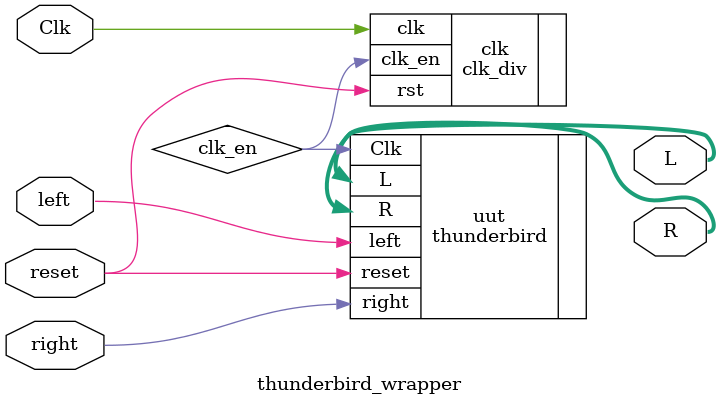
<source format=v>
module thunderbird_wrapper(
	 input Clk,
    input reset,
    input left,
    input right,
    output [2:0] L,
    output [2:0] R
);

//instantiate clk_div
clk_div clk(
.clk(Clk), 
.rst(reset),
.clk_en(clk_en)); 

//instantiate thunderbird fsm
 thunderbird uut(
        .Clk(clk_en),
        .reset(reset),
        .left(left),
        .right(right),
        .L(L),
        .R(R)
    );
	 
endmodule	
</source>
